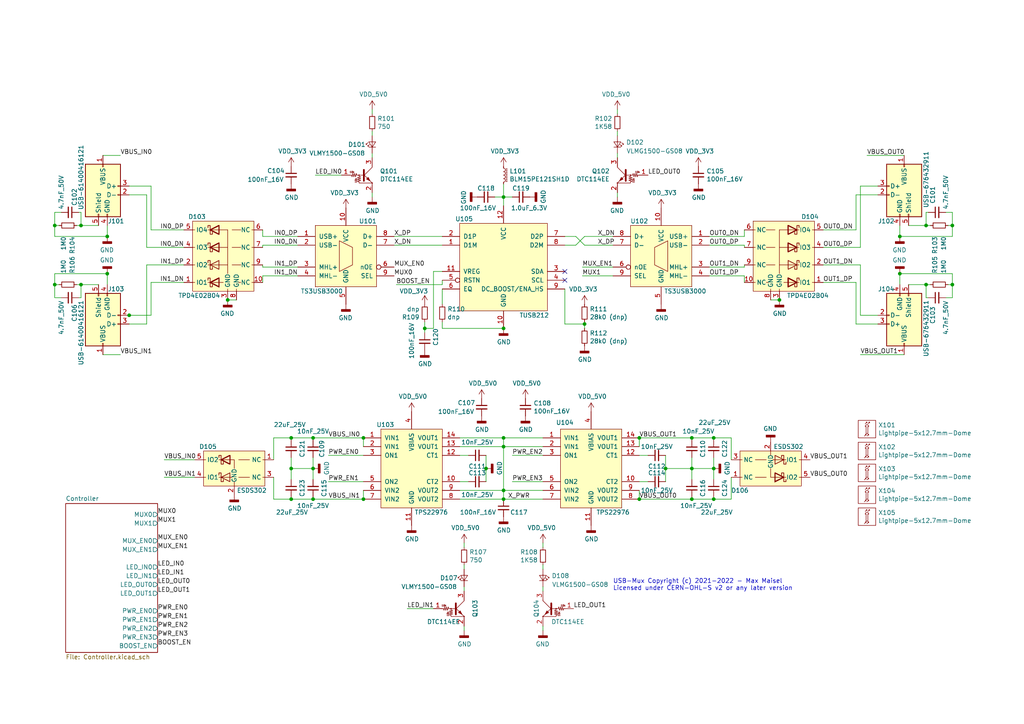
<source format=kicad_sch>
(kicad_sch (version 20211123) (generator eeschema)
  (paper "A4")
  (junction (at 200.66 135.89))
  (junction (at 84.455 144.78))
  (junction (at 146.05 144.78))
  (junction (at 31.115 79.375))
  (junction (at 90.805 135.89))
  (junction (at 84.455 127))
  (junction (at 193.04 135.89))
  (junction (at 146.05 95.25))
  (junction (at 123.19 95.25))
  (junction (at 84.455 135.89))
  (junction (at 23.495 82.55))
  (junction (at 268.605 65.405))
  (junction (at 90.805 127))
  (junction (at 37.465 91.44))
  (junction (at 207.01 135.89))
  (junction (at 185.42 127))
  (junction (at 207.01 127))
  (junction (at 200.66 144.78))
  (junction (at 268.605 82.55))
  (junction (at 15.875 82.55))
  (junction (at 169.545 93.98))
  (junction (at 200.66 127))
  (junction (at 146.05 127))
  (junction (at 105.41 144.78))
  (junction (at 15.875 65.405))
  (junction (at 276.225 65.405))
  (junction (at 276.225 82.55))
  (junction (at 207.01 144.78))
  (junction (at 260.985 68.58))
  (junction (at 105.41 127))
  (junction (at 66.04 86.995))
  (junction (at 146.05 57.15))
  (junction (at 140.97 135.89))
  (junction (at 260.985 79.375))
  (junction (at 146.05 142.24))
  (junction (at 185.42 144.78))
  (junction (at 31.115 68.58))
  (junction (at 146.05 129.54))
  (junction (at 23.495 65.405))
  (junction (at 90.805 144.78))
  (junction (at 226.06 86.995))
  (no_connect (at 163.83 81.28))
  (no_connect (at 163.83 78.74))
  (wire (pts (xy 146.05 127) (xy 157.48 127)))
  (wire (pts (xy 148.59 132.08) (xy 157.48 132.08)))
  (wire (pts (xy 15.875 65.405) (xy 15.875 61.595)))
  (wire (pts (xy 91.44 50.8) (xy 99.06 50.8)))
  (wire (pts (xy 43.815 81.915) (xy 43.815 91.44)))
  (wire (pts (xy 37.465 56.515) (xy 42.545 56.515)))
  (wire (pts (xy 53.34 76.835) (xy 42.545 76.835)))
  (wire (pts (xy 134.62 181.61) (xy 134.62 182.88)))
  (wire (pts (xy 76.2 68.58) (xy 76.2 66.675)))
  (wire (pts (xy 23.495 82.55) (xy 22.225 82.55)))
  (wire (pts (xy 95.25 132.08) (xy 105.41 132.08)))
  (wire (pts (xy 200.66 144.145) (xy 200.66 144.78)))
  (wire (pts (xy 143.51 57.15) (xy 146.05 57.15)))
  (wire (pts (xy 133.35 142.24) (xy 146.05 142.24)))
  (wire (pts (xy 15.875 82.55) (xy 15.875 79.375)))
  (wire (pts (xy 31.115 82.55) (xy 31.115 79.375)))
  (wire (pts (xy 47.625 133.35) (xy 56.515 133.35)))
  (wire (pts (xy 148.59 139.7) (xy 157.48 139.7)))
  (wire (pts (xy 23.495 65.405) (xy 22.225 65.405)))
  (wire (pts (xy 179.07 39.37) (xy 179.07 38.1)))
  (wire (pts (xy 249.555 53.975) (xy 249.555 71.755)))
  (wire (pts (xy 276.225 82.55) (xy 276.225 86.36)))
  (wire (pts (xy 43.815 66.675) (xy 53.34 66.675)))
  (wire (pts (xy 90.805 144.145) (xy 90.805 144.78)))
  (wire (pts (xy 76.2 76.835) (xy 76.2 77.47)))
  (wire (pts (xy 263.525 82.55) (xy 268.605 82.55)))
  (wire (pts (xy 28.575 82.55) (xy 23.495 82.55)))
  (wire (pts (xy 31.115 68.58) (xy 15.875 68.58)))
  (wire (pts (xy 268.605 61.595) (xy 269.24 61.595)))
  (wire (pts (xy 28.575 65.405) (xy 23.495 65.405)))
  (wire (pts (xy 185.42 132.08) (xy 187.96 132.08)))
  (wire (pts (xy 168.91 77.47) (xy 177.8 77.47)))
  (wire (pts (xy 157.48 171.45) (xy 157.48 170.18)))
  (wire (pts (xy 90.805 139.065) (xy 90.805 135.89)))
  (wire (pts (xy 107.95 44.45) (xy 107.95 45.72)))
  (wire (pts (xy 268.605 86.36) (xy 269.24 86.36)))
  (wire (pts (xy 207.01 135.89) (xy 200.66 135.89)))
  (wire (pts (xy 118.11 176.53) (xy 125.73 176.53)))
  (wire (pts (xy 223.52 86.995) (xy 226.06 86.995)))
  (wire (pts (xy 207.01 144.78) (xy 212.09 144.78)))
  (wire (pts (xy 248.285 81.915) (xy 248.285 93.98)))
  (wire (pts (xy 200.66 127) (xy 200.66 127.635)))
  (wire (pts (xy 84.455 144.78) (xy 90.805 144.78)))
  (wire (pts (xy 268.605 65.405) (xy 269.875 65.405)))
  (wire (pts (xy 128.27 95.25) (xy 128.27 93.345)))
  (wire (pts (xy 260.985 68.58) (xy 260.985 65.405)))
  (wire (pts (xy 31.115 79.375) (xy 15.875 79.375)))
  (wire (pts (xy 84.455 132.715) (xy 84.455 135.89)))
  (wire (pts (xy 207.01 132.715) (xy 207.01 135.89)))
  (wire (pts (xy 29.845 102.87) (xy 34.925 102.87)))
  (wire (pts (xy 36.83 91.44) (xy 37.465 91.44)))
  (wire (pts (xy 207.01 144.145) (xy 207.01 144.78)))
  (wire (pts (xy 76.2 71.12) (xy 76.2 71.755)))
  (wire (pts (xy 169.545 71.12) (xy 177.8 71.12)))
  (wire (pts (xy 146.05 95.25) (xy 128.27 95.25)))
  (wire (pts (xy 23.495 65.405) (xy 23.495 61.595)))
  (wire (pts (xy 146.05 129.54) (xy 157.48 129.54)))
  (wire (pts (xy 128.27 78.74) (xy 125.73 78.74)))
  (wire (pts (xy 200.66 132.715) (xy 200.66 135.89)))
  (wire (pts (xy 248.285 56.515) (xy 248.285 66.675)))
  (wire (pts (xy 79.375 133.35) (xy 79.375 127)))
  (wire (pts (xy 268.605 82.55) (xy 269.875 82.55)))
  (wire (pts (xy 263.525 65.405) (xy 268.605 65.405)))
  (wire (pts (xy 163.83 93.98) (xy 169.545 93.98)))
  (wire (pts (xy 105.41 139.7) (xy 95.25 139.7)))
  (wire (pts (xy 68.58 86.995) (xy 66.04 86.995)))
  (wire (pts (xy 167.005 68.58) (xy 169.545 71.12)))
  (wire (pts (xy 146.05 144.78) (xy 157.48 144.78)))
  (wire (pts (xy 146.05 57.15) (xy 146.05 53.34)))
  (wire (pts (xy 84.455 127) (xy 90.805 127)))
  (wire (pts (xy 169.545 93.345) (xy 169.545 93.98)))
  (wire (pts (xy 167.005 71.12) (xy 169.545 68.58)))
  (wire (pts (xy 114.3 68.58) (xy 128.27 68.58)))
  (wire (pts (xy 90.805 127) (xy 90.805 127.635)))
  (wire (pts (xy 260.985 68.58) (xy 276.225 68.58)))
  (wire (pts (xy 123.19 95.25) (xy 123.19 93.345)))
  (wire (pts (xy 107.95 55.88) (xy 107.95 57.15)))
  (wire (pts (xy 133.35 144.78) (xy 146.05 144.78)))
  (wire (pts (xy 79.375 127) (xy 84.455 127)))
  (wire (pts (xy 212.09 127) (xy 212.09 133.35)))
  (wire (pts (xy 37.465 93.98) (xy 42.545 93.98)))
  (wire (pts (xy 84.455 135.89) (xy 90.805 135.89)))
  (wire (pts (xy 86.36 80.01) (xy 76.2 80.01)))
  (wire (pts (xy 42.545 56.515) (xy 42.545 71.755)))
  (wire (pts (xy 134.62 163.83) (xy 134.62 165.1)))
  (wire (pts (xy 84.455 144.145) (xy 84.455 144.78)))
  (wire (pts (xy 200.66 135.89) (xy 193.04 135.89)))
  (wire (pts (xy 207.01 127.635) (xy 207.01 127)))
  (wire (pts (xy 23.495 61.595) (xy 22.86 61.595)))
  (wire (pts (xy 157.48 158.75) (xy 157.48 157.48)))
  (wire (pts (xy 163.83 83.82) (xy 163.83 93.98)))
  (wire (pts (xy 90.805 127) (xy 105.41 127)))
  (wire (pts (xy 146.05 142.24) (xy 157.48 142.24)))
  (wire (pts (xy 114.935 82.55) (xy 128.27 82.55)))
  (wire (pts (xy 248.285 81.915) (xy 238.76 81.915)))
  (wire (pts (xy 146.05 59.69) (xy 146.05 57.15)))
  (wire (pts (xy 205.74 80.01) (xy 215.9 80.01)))
  (wire (pts (xy 249.555 76.835) (xy 249.555 91.44)))
  (wire (pts (xy 276.225 82.55) (xy 276.225 79.375)))
  (wire (pts (xy 163.83 71.12) (xy 167.005 71.12)))
  (wire (pts (xy 157.48 182.88) (xy 157.48 181.61)))
  (wire (pts (xy 249.555 102.87) (xy 262.255 102.87)))
  (wire (pts (xy 193.04 132.08) (xy 193.04 135.89)))
  (wire (pts (xy 276.225 65.405) (xy 276.225 61.595)))
  (wire (pts (xy 43.815 53.975) (xy 43.815 66.675)))
  (wire (pts (xy 215.9 68.58) (xy 215.9 66.675)))
  (wire (pts (xy 215.9 71.12) (xy 215.9 71.755)))
  (wire (pts (xy 146.05 57.15) (xy 148.59 57.15)))
  (wire (pts (xy 146.05 142.24) (xy 146.05 144.78)))
  (wire (pts (xy 185.42 139.7) (xy 187.96 139.7)))
  (wire (pts (xy 179.07 45.72) (xy 179.07 44.45)))
  (wire (pts (xy 274.955 82.55) (xy 276.225 82.55)))
  (wire (pts (xy 134.62 157.48) (xy 134.62 158.75)))
  (wire (pts (xy 200.66 144.78) (xy 207.01 144.78)))
  (wire (pts (xy 260.985 79.375) (xy 276.225 79.375)))
  (wire (pts (xy 42.545 76.835) (xy 42.545 93.98)))
  (wire (pts (xy 133.35 129.54) (xy 146.05 129.54)))
  (wire (pts (xy 193.04 135.89) (xy 193.04 139.7)))
  (wire (pts (xy 185.42 129.54) (xy 185.42 127)))
  (wire (pts (xy 15.875 82.55) (xy 15.875 86.36)))
  (wire (pts (xy 177.8 80.01) (xy 168.91 80.01)))
  (wire (pts (xy 133.35 132.08) (xy 135.89 132.08)))
  (wire (pts (xy 179.07 57.15) (xy 179.07 55.88)))
  (wire (pts (xy 90.805 135.89) (xy 90.805 132.715)))
  (wire (pts (xy 42.545 71.755) (xy 53.34 71.755)))
  (wire (pts (xy 274.955 65.405) (xy 276.225 65.405)))
  (wire (pts (xy 249.555 71.755) (xy 238.76 71.755)))
  (wire (pts (xy 179.07 33.02) (xy 179.07 31.75)))
  (wire (pts (xy 134.62 170.18) (xy 134.62 171.45)))
  (wire (pts (xy 140.97 132.08) (xy 140.97 135.89)))
  (wire (pts (xy 128.27 71.12) (xy 114.3 71.12)))
  (wire (pts (xy 200.66 135.89) (xy 200.66 139.065)))
  (wire (pts (xy 276.225 61.595) (xy 274.32 61.595)))
  (wire (pts (xy 205.74 68.58) (xy 215.9 68.58)))
  (wire (pts (xy 157.48 165.1) (xy 157.48 163.83)))
  (wire (pts (xy 169.545 68.58) (xy 177.8 68.58)))
  (wire (pts (xy 212.09 138.43) (xy 212.09 144.78)))
  (wire (pts (xy 15.875 61.595) (xy 17.78 61.595)))
  (wire (pts (xy 248.285 66.675) (xy 238.76 66.675)))
  (wire (pts (xy 133.35 139.7) (xy 135.89 139.7)))
  (wire (pts (xy 215.9 77.47) (xy 205.74 77.47)))
  (wire (pts (xy 205.74 71.12) (xy 215.9 71.12)))
  (wire (pts (xy 268.605 65.405) (xy 268.605 61.595)))
  (wire (pts (xy 47.625 138.43) (xy 56.515 138.43)))
  (wire (pts (xy 125.73 78.74) (xy 125.73 95.25)))
  (wire (pts (xy 163.83 68.58) (xy 167.005 68.58)))
  (wire (pts (xy 185.42 142.24) (xy 185.42 144.78)))
  (wire (pts (xy 23.495 86.36) (xy 22.86 86.36)))
  (wire (pts (xy 107.95 38.1) (xy 107.95 39.37)))
  (wire (pts (xy 86.36 68.58) (xy 76.2 68.58)))
  (wire (pts (xy 76.2 77.47) (xy 86.36 77.47)))
  (wire (pts (xy 169.545 93.98) (xy 169.545 95.25)))
  (wire (pts (xy 79.375 144.78) (xy 84.455 144.78)))
  (wire (pts (xy 76.2 80.01) (xy 76.2 81.915)))
  (wire (pts (xy 128.27 88.265) (xy 128.27 83.82)))
  (wire (pts (xy 23.495 82.55) (xy 23.495 86.36)))
  (wire (pts (xy 248.285 93.98) (xy 254.635 93.98)))
  (wire (pts (xy 123.19 96.52) (xy 123.19 95.25)))
  (wire (pts (xy 43.815 81.915) (xy 53.34 81.915)))
  (wire (pts (xy 37.465 91.44) (xy 43.815 91.44)))
  (wire (pts (xy 15.875 65.405) (xy 15.875 68.58)))
  (wire (pts (xy 215.9 76.835) (xy 215.9 77.47)))
  (wire (pts (xy 185.42 144.78) (xy 200.66 144.78)))
  (wire (pts (xy 260.985 79.375) (xy 260.985 82.55)))
  (wire (pts (xy 133.35 127) (xy 146.05 127)))
  (wire (pts (xy 37.465 53.975) (xy 43.815 53.975)))
  (wire (pts (xy 249.555 53.975) (xy 254.635 53.975)))
  (wire (pts (xy 140.97 135.89) (xy 140.97 139.7)))
  (wire (pts (xy 185.42 127) (xy 200.66 127)))
  (wire (pts (xy 215.9 80.01) (xy 215.9 81.915)))
  (wire (pts (xy 128.27 81.28) (xy 128.27 82.55)))
  (wire (pts (xy 84.455 127) (xy 84.455 127.635)))
  (wire (pts (xy 146.05 129.54) (xy 146.05 142.24)))
  (wire (pts (xy 29.845 45.085) (xy 34.925 45.085)))
  (wire (pts (xy 276.225 86.36) (xy 274.32 86.36)))
  (wire (pts (xy 146.05 127) (xy 146.05 129.54)))
  (wire (pts (xy 17.145 82.55) (xy 15.875 82.55)))
  (wire (pts (xy 79.375 138.43) (xy 79.375 144.78)))
  (wire (pts (xy 268.605 82.55) (xy 268.605 86.36)))
  (wire (pts (xy 207.01 127) (xy 212.09 127)))
  (wire (pts (xy 105.41 144.78) (xy 105.41 142.24)))
  (wire (pts (xy 238.76 76.835) (xy 249.555 76.835)))
  (wire (pts (xy 276.225 65.405) (xy 276.225 68.58)))
  (wire (pts (xy 84.455 135.89) (xy 84.455 139.065)))
  (wire (pts (xy 86.36 71.12) (xy 76.2 71.12)))
  (wire (pts (xy 105.41 129.54) (xy 105.41 127)))
  (wire (pts (xy 90.805 144.78) (xy 105.41 144.78)))
  (wire (pts (xy 107.95 31.75) (xy 107.95 33.02)))
  (wire (pts (xy 31.115 65.405) (xy 31.115 68.58)))
  (wire (pts (xy 17.145 65.405) (xy 15.875 65.405)))
  (wire (pts (xy 251.46 45.085) (xy 262.255 45.085)))
  (wire (pts (xy 207.01 135.89) (xy 207.01 139.065)))
  (wire (pts (xy 249.555 91.44) (xy 254.635 91.44)))
  (wire (pts (xy 15.875 86.36) (xy 17.78 86.36)))
  (wire (pts (xy 248.285 56.515) (xy 254.635 56.515)))
  (wire (pts (xy 125.73 95.25) (xy 123.19 95.25)))
  (wire (pts (xy 200.66 127) (xy 207.01 127)))
  (text "USB-Mux Copyright (c) 2021-2022 - Max Maisel\nLicensed under CERN-OHL-S v2 or any later version" (at 177.8 171.45 0) (effects (font (size 1.27 1.27)) (justify left bottom)))
  (label "VBUS_OUT0" (at 234.95 138.43 0))
  (label "X_DN" (at 173.355 68.58 0))
  (label "LED_IN1" (at 45.72 167.005 0))
  (label "MUX_EN1" (at 168.91 77.47 0))
  (label "MUX_EN0" (at 45.72 156.845 0))
  (label "VBUS_IN1" (at 95.25 144.78 0))
  (label "VBUS_IN0" (at 95.25 127 0))
  (label "PWR_EN0" (at 95.25 132.08 0))
  (label "OUT1_DN" (at 238.76 76.835 0))
  (label "X_PWR" (at 147.32 144.78 0))
  (label "IN1_DN" (at 86.36 80.01 180))
  (label "IN1_DN" (at 53.34 81.915 180))
  (label "MUX_EN1" (at 45.72 159.385 0))
  (label "X_DN" (at 114.3 71.12 0))
  (label "VBUS_IN0" (at 34.925 45.085 0))
  (label "PWR_EN2" (at 148.59 132.08 0))
  (label "MUX1" (at 168.91 80.01 0))
  (label "PWR_EN1" (at 45.72 179.705 0))
  (label "PWR_EN3" (at 148.59 139.7 0))
  (label "MUX0" (at 45.72 149.225 0))
  (label "OUT1_DN" (at 205.74 77.47 0))
  (label "IN0_DN" (at 53.34 71.755 180))
  (label "VBUS_OUT0" (at 251.46 45.085 0))
  (label "LED_IN0" (at 45.72 164.465 0))
  (label "PWR_EN0" (at 45.72 177.165 0))
  (label "LED_OUT0" (at 45.72 169.545 0))
  (label "PWR_EN2" (at 45.72 182.245 0))
  (label "OUT0_DP" (at 238.76 71.755 0))
  (label "LED_OUT1" (at 45.72 172.085 0))
  (label "IN1_DP" (at 86.36 77.47 180))
  (label "LED_OUT0" (at 187.96 50.8 0))
  (label "PWR_EN1" (at 95.25 139.7 0))
  (label "OUT1_DP" (at 238.76 81.915 0))
  (label "PWR_EN3" (at 45.72 184.785 0))
  (label "LED_IN0" (at 91.44 50.8 0))
  (label "OUT0_DN" (at 238.76 66.675 0))
  (label "IN1_DP" (at 53.34 76.835 180))
  (label "OUT1_DP" (at 205.74 80.01 0))
  (label "X_DP" (at 114.3 68.58 0))
  (label "X_DP" (at 173.355 71.12 0))
  (label "VBUS_OUT1" (at 249.555 102.87 0))
  (label "VBUS_IN1" (at 34.925 102.87 0))
  (label "BOOST_EN" (at 114.935 82.55 0))
  (label "VBUS_OUT0" (at 185.42 144.78 0))
  (label "MUX0" (at 114.3 80.01 0))
  (label "IN0_DP" (at 86.36 68.58 180))
  (label "LED_OUT1" (at 166.37 176.53 0))
  (label "VBUS_OUT1" (at 185.42 127 0))
  (label "VBUS_OUT1" (at 234.95 133.35 0))
  (label "BOOST_EN" (at 45.72 187.325 0))
  (label "MUX1" (at 45.72 151.765 0))
  (label "LED_IN1" (at 118.11 176.53 0))
  (label "OUT0_DP" (at 205.74 71.12 0))
  (label "VBUS_IN0" (at 47.625 133.35 0))
  (label "OUT0_DN" (at 205.74 68.58 0))
  (label "IN0_DP" (at 53.34 66.675 180))
  (label "VBUS_IN1" (at 47.625 138.43 0))
  (label "MUX_EN0" (at 114.3 77.47 0))
  (label "IN0_DN" (at 86.36 71.12 180))
  (symbol (lib_id "USB-Mux:USB-61400416121") (at 29.845 55.245 0) (unit 1)
    (property "Reference" "J101" (at 33.655 64.135 0))
    (property "Value" "USB-61400416121" (at 23.495 51.435 90))
    (property "Footprint" "USB-Mux:USB-61400416121" (effects hide))
    (property "Datasheet" "https://katalog.we-online.de/em/datasheet/61400416121.pdf" (effects hide))
  )
  (symbol (lib_id "USB-Mux:TPS22976") (at 119.38 135.89 0) (unit 1)
    (property "Reference" "U103" (at 111.76 123.19 0))
    (property "Value" "TPS22976" (at 125.095 148.59 0))
    (property "Footprint" "USB-Mux:WSON-14" (effects hide))
  )
  (symbol (lib_id "USB-Mux:750") (at 107.95 35.56 0) (unit 1)
    (property "Reference" "R101" (at 109.4486 34.3916 0) (effects (justify left)))
    (property "Value" "750" (at 109.4486 36.703 0) (effects (justify left)))
    (property "Footprint" "USB-Mux:R_0402" (effects hide))
    (property "Datasheet" "667-ERJ-XGNF7500Y" (effects hide))
    (property "mouser#" "667-ERJ-XGNF7500Y" (effects hide))
  )
  (symbol (lib_id "USB-Mux:TPS22976") (at 171.45 135.89 0) (unit 1)
    (property "Reference" "U104" (at 163.83 122.555 0))
    (property "Value" "TPS22976" (at 177.8 148.59 0))
    (property "Footprint" "USB-Mux:WSON-14" (effects hide))
  )
  (symbol (lib_id "USB-Mux:VLMY1500-GS08") (at 107.95 41.91 90) (unit 1)
    (property "Reference" "D101" (at 103.505 41.91 90))
    (property "Value" "VLMY1500-GS08" (at 97.79 44.45 90))
    (property "Footprint" "USB-Mux:LED_0402" (effects hide))
    (property "Datasheet" "78-VLMY1500-GS08" (effects hide))
    (property "mouser#" "78-VLMY1500-GS08" (effects hide))
  )
  (symbol (lib_id "USB-Mux:USB-676432911") (at 262.255 55.245 0) (mirror y) (unit 1)
    (property "Reference" "J102" (at 254.635 64.135 0) (effects (justify right)))
    (property "Value" "USB-676432911" (at 268.605 43.815 90) (effects (justify right)))
    (property "Footprint" "USB-Mux:USB-676432911" (effects hide))
    (property "Datasheet" "https://www.mouser.de/datasheet/2/18/87520-1363568.pdf" (effects hide))
    (property "mouser#" " 649-87520-0012BLF " (effects hide))
    (property "manf#" "87520-0012BLF" (effects hide))
    (property "farnell#" "3499385" (effects hide))
  )
  (symbol (lib_id "USB-Mux:USB-676432911") (at 262.255 92.71 180) (unit 1)
    (property "Reference" "J104" (at 254.635 83.82 0) (effects (justify right)))
    (property "Value" "USB-676432911" (at 268.605 103.505 90) (effects (justify right)))
    (property "Footprint" "USB-Mux:USB-676432911" (effects hide))
    (property "Datasheet" "https://www.mouser.de/datasheet/2/18/87520-1363568.pdf" (effects hide))
    (property "mouser#" " 649-87520-0012BLF " (effects hide))
    (property "manf#" "87520-0012BLF" (effects hide))
    (property "farnell#" "3499385" (effects hide))
  )
  (symbol (lib_id "USB-Mux:10nF_25V") (at 90.805 141.605 180) (unit 1)
    (property "Reference" "C115" (at 93.98 141.605 90))
    (property "Value" "10nF_25V" (at 90.805 146.685 0))
    (property "Footprint" "USB-Mux:C_0402" (effects hide))
    (property "Datasheet" "603-CC0402KRX5R8BB10" (effects hide))
    (property "mouser#" "603-CC0402KRX5R8BB10" (effects hide))
  )
  (symbol (lib_id "USB-Mux:10nF_25V") (at 90.805 130.175 0) (unit 1)
    (property "Reference" "C109" (at 93.345 130.175 90))
    (property "Value" "10nF_25V" (at 90.805 125.095 0))
    (property "Footprint" "USB-Mux:C_0402" (effects hide))
    (property "Datasheet" "603-CC0402KRX5R8BB10" (effects hide))
    (property "mouser#" "603-CC0402KRX5R8BB10" (effects hide))
  )
  (symbol (lib_id "USB-Mux:GND") (at 90.805 135.89 90) (unit 1)
    (property "Reference" "#PWR0123" (effects hide))
    (property "Value" "GND" (at 94.742 135.7884 0))
  )
  (symbol (lib_id "USB-Mux:4.7nF_50V") (at 20.32 61.595 270) (unit 1)
    (property "Reference" "C102" (at 21.59 54.61 0) (effects (justify left)))
    (property "Value" "4.7nF_50V" (at 17.78 50.8 0) (effects (justify left)))
    (property "Footprint" "USB-Mux:C_0402" (effects hide))
    (property "Datasheet" "810-CGA2B2X7R1H472K" (effects hide))
    (property "mouser#" "810-CGA2B2X7R1H472K" (effects hide))
  )
  (symbol (lib_id "USB-Mux:1M0") (at 19.685 65.405 270) (unit 1)
    (property "Reference" "R104" (at 20.955 68.58 0) (effects (justify left)))
    (property "Value" "1M0" (at 18.415 68.58 0) (effects (justify left)))
    (property "Footprint" "USB-Mux:R_0402" (effects hide))
    (property "Datasheet" "667-ERJ-2RKF1004X" (effects hide))
    (property "mouser#" "667-ERJ-2RKF1004X" (effects hide))
  )
  (symbol (lib_id "USB-Mux:GND") (at 260.985 68.58 0) (mirror y) (unit 1)
    (property "Reference" "#PWR0103" (effects hide))
    (property "Value" "GND" (at 260.8834 72.517 0))
  )
  (symbol (lib_id "USB-Mux:GND") (at 260.985 79.375 180) (unit 1)
    (property "Reference" "#PWR0109" (effects hide))
    (property "Value" "GND" (at 260.8834 75.438 0))
  )
  (symbol (lib_id "USB-Mux:GND") (at 107.95 57.15 0) (unit 1)
    (property "Reference" "#PWR0104" (effects hide))
    (property "Value" "GND" (at 108.0516 61.087 0))
  )
  (symbol (lib_id "USB-Mux:10nF_25V") (at 200.66 130.175 0) (unit 1)
    (property "Reference" "C110" (at 203.835 130.175 90))
    (property "Value" "10nF_25V" (at 202.565 125.095 0))
    (property "Footprint" "USB-Mux:C_0402" (effects hide))
    (property "Datasheet" "603-CC0402KRX5R8BB10" (effects hide))
    (property "mouser#" "603-CC0402KRX5R8BB10" (effects hide))
  )
  (symbol (lib_id "USB-Mux:10nF_25V") (at 200.66 141.605 180) (unit 1)
    (property "Reference" "C116" (at 203.835 141.605 90))
    (property "Value" "10nF_25V" (at 201.93 146.685 0))
    (property "Footprint" "USB-Mux:C_0402" (effects hide))
    (property "Datasheet" "603-CC0402KRX5R8BB10" (effects hide))
    (property "mouser#" "603-CC0402KRX5R8BB10" (effects hide))
  )
  (symbol (lib_id "USB-Mux:Lightpipe-5x12.7mm-Dome") (at 251.46 124.46 0) (unit 1)
    (property "Reference" "X101" (at 254.7112 123.2916 0) (effects (justify left)))
    (property "Value" "Lightpipe-5x12.7mm-Dome" (at 254.7112 125.603 0) (effects (justify left)))
    (property "Footprint" "USB-Mux:Lightpipe-51513530500F" (effects hide))
    (property "Datasheet" "https://www.mouser.de/datasheet/2/109/Dialight_12192017_Panel%20Mount%205mm%20Lightpipe-1272673.pdf" (effects hide))
    (property "mouser#" "645-51513530500F" (effects hide))
    (property "manf#" "51513530500F" (effects hide))
  )
  (symbol (lib_id "USB-Mux:DTC114EE") (at 105.41 50.8 0) (unit 1)
    (property "Reference" "Q101" (at 110.1852 49.6316 0) (effects (justify left)))
    (property "Value" "DTC114EE" (at 110.1852 51.943 0) (effects (justify left)))
    (property "Footprint" "USB-Mux:SC-75" (effects hide))
    (property "Datasheet" "https://eu.mouser.com/datasheet/2/308/DTC114E-D-278467.pdf" (effects hide))
    (property "mouser#" "863-DTC114EET1G" (effects hide))
  )
  (symbol (lib_id "USB-Mux:Lightpipe-5x12.7mm-Dome") (at 251.46 130.81 0) (unit 1)
    (property "Reference" "X102" (at 254.7112 129.6416 0) (effects (justify left)))
    (property "Value" "Lightpipe-5x12.7mm-Dome" (at 254.7112 131.953 0) (effects (justify left)))
    (property "Footprint" "USB-Mux:Lightpipe-51513530500F" (effects hide))
    (property "Datasheet" "https://www.mouser.de/datasheet/2/109/Dialight_12192017_Panel%20Mount%205mm%20Lightpipe-1272673.pdf" (effects hide))
    (property "mouser#" "645-51513530500F" (effects hide))
    (property "manf#" "51513530500F" (effects hide))
  )
  (symbol (lib_id "USB-Mux:Lightpipe-5x12.7mm-Dome") (at 251.46 137.16 0) (unit 1)
    (property "Reference" "X103" (at 254.7112 135.9916 0) (effects (justify left)))
    (property "Value" "Lightpipe-5x12.7mm-Dome" (at 254.7112 138.303 0) (effects (justify left)))
    (property "Footprint" "USB-Mux:Lightpipe-51513530500F" (effects hide))
    (property "Datasheet" "https://www.mouser.de/datasheet/2/109/Dialight_12192017_Panel%20Mount%205mm%20Lightpipe-1272673.pdf" (effects hide))
    (property "mouser#" "645-51513530500F" (effects hide))
    (property "manf#" "51513530500F" (effects hide))
  )
  (symbol (lib_id "USB-Mux:Lightpipe-5x12.7mm-Dome") (at 251.46 143.51 0) (unit 1)
    (property "Reference" "X104" (at 254.7112 142.3416 0) (effects (justify left)))
    (property "Value" "Lightpipe-5x12.7mm-Dome" (at 254.7112 144.653 0) (effects (justify left)))
    (property "Footprint" "USB-Mux:Lightpipe-51513530500F" (effects hide))
    (property "Datasheet" "https://www.mouser.de/datasheet/2/109/Dialight_12192017_Panel%20Mount%205mm%20Lightpipe-1272673.pdf" (effects hide))
    (property "mouser#" "645-51513530500F" (effects hide))
    (property "manf#" "51513530500F" (effects hide))
  )
  (symbol (lib_id "USB-Mux:Lightpipe-5x12.7mm-Dome") (at 251.46 149.86 0) (unit 1)
    (property "Reference" "X105" (at 254.7112 148.6916 0) (effects (justify left)))
    (property "Value" "Lightpipe-5x12.7mm-Dome" (at 254.7112 151.003 0) (effects (justify left)))
    (property "Footprint" "USB-Mux:Lightpipe-51513530500F" (effects hide))
    (property "Datasheet" "https://www.mouser.de/datasheet/2/109/Dialight_12192017_Panel%20Mount%205mm%20Lightpipe-1272673.pdf" (effects hide))
    (property "mouser#" "645-51513530500F" (effects hide))
    (property "manf#" "51513530500F" (effects hide))
  )
  (symbol (lib_id "USB-Mux:4.7nF_50V") (at 271.78 61.595 90) (mirror x) (unit 1)
    (property "Reference" "C101" (at 270.51 53.975 0) (effects (justify left)))
    (property "Value" "4.7nF_50V" (at 274.32 50.8 0) (effects (justify left)))
    (property "Footprint" "USB-Mux:C_0402" (effects hide))
    (property "Datasheet" "810-CGA2B2X7R1H472K" (effects hide))
    (property "mouser#" "810-CGA2B2X7R1H472K" (effects hide))
  )
  (symbol (lib_id "USB-Mux:1M0") (at 272.415 65.405 90) (mirror x) (unit 1)
    (property "Reference" "R103" (at 271.145 68.58 0) (effects (justify left)))
    (property "Value" "1M0" (at 273.685 68.58 0) (effects (justify left)))
    (property "Footprint" "USB-Mux:R_0402" (effects hide))
    (property "Datasheet" "667-ERJ-2RKF1004X" (effects hide))
    (property "mouser#" "667-ERJ-2RKF1004X" (effects hide))
  )
  (symbol (lib_id "USB-Mux:VDD_5V0") (at 107.95 31.75 0) (unit 1)
    (property "Reference" "#PWR0101" (effects hide))
    (property "Value" "VDD_5V0" (at 108.331 27.3558 0))
  )
  (symbol (lib_id "USB-Mux:VDD_3V3") (at 191.77 60.325 0) (unit 1)
    (property "Reference" "#PWR0107" (effects hide))
    (property "Value" "VDD_3V3" (at 192.151 55.9308 0))
  )
  (symbol (lib_id "USB-Mux:4.7nF_50V") (at 271.78 86.36 90) (unit 1)
    (property "Reference" "C103" (at 270.51 93.98 0) (effects (justify left)))
    (property "Value" "4.7nF_50V" (at 274.32 97.155 0) (effects (justify left)))
    (property "Footprint" "USB-Mux:C_0402" (effects hide))
    (property "Datasheet" "810-CGA2B2X7R1H472K" (effects hide))
    (property "mouser#" "810-CGA2B2X7R1H472K" (effects hide))
  )
  (symbol (lib_id "USB-Mux:1M0") (at 272.415 82.55 90) (unit 1)
    (property "Reference" "R105" (at 271.145 79.375 0) (effects (justify left)))
    (property "Value" "1M0" (at 273.685 79.375 0) (effects (justify left)))
    (property "Footprint" "USB-Mux:R_0402" (effects hide))
    (property "Datasheet" "667-ERJ-2RKF1004X" (effects hide))
    (property "mouser#" "667-ERJ-2RKF1004X" (effects hide))
  )
  (symbol (lib_id "USB-Mux:100nF_16V") (at 146.05 147.32 0) (unit 1)
    (property "Reference" "C117" (at 147.955 148.59 0) (effects (justify left)))
    (property "Value" "100nF_16V" (at 133.35 148.59 0) (effects (justify left)))
    (property "Footprint" "USB-Mux:C_0402" (effects hide))
    (property "Datasheet" "80-C0402C104K4R" (effects hide))
    (property "mouser#" "80-C0402C104K4R" (effects hide))
  )
  (symbol (lib_id "USB-Mux:GND") (at 146.05 149.86 0) (unit 1)
    (property "Reference" "#PWR0127" (effects hide))
    (property "Value" "GND" (at 146.1516 153.797 0))
  )
  (symbol (lib_id "USB-Mux:VLMG1500-GS08") (at 179.07 41.91 270) (mirror x) (unit 1)
    (property "Reference" "D102" (at 184.15 41.275 90))
    (property "Value" "VLMG1500-GS08" (at 189.865 43.815 90))
    (property "Footprint" "USB-Mux:LED_0402" (effects hide))
    (property "Datasheet" "78-VLMG1500-GS08" (effects hide))
    (property "mouser#" "78-VLMG1500-GS08" (effects hide))
  )
  (symbol (lib_id "USB-Mux:DTC114EE") (at 181.61 50.8 0) (mirror y) (unit 1)
    (property "Reference" "Q102" (at 176.8348 49.6316 0) (effects (justify left)))
    (property "Value" "DTC114EE" (at 176.8348 51.943 0) (effects (justify left)))
    (property "Footprint" "USB-Mux:SC-75" (effects hide))
    (property "Datasheet" "https://eu.mouser.com/datasheet/2/308/DTC114E-D-278467.pdf" (effects hide))
    (property "mouser#" "863-DTC114EET1G" (effects hide))
  )
  (symbol (lib_id "USB-Mux:1K58") (at 179.07 35.56 0) (mirror y) (unit 1)
    (property "Reference" "R102" (at 177.5714 34.3916 0) (effects (justify left)))
    (property "Value" "1K58" (at 177.5714 36.703 0) (effects (justify left)))
    (property "Footprint" "USB-Mux:R_0402" (effects hide))
    (property "Datasheet" "667-ERJ-2RKF1581X" (effects hide))
    (property "mouser#" "667-ERJ-2RKF1581X" (effects hide))
  )
  (symbol (lib_id "USB-Mux:VDD_5V0") (at 179.07 31.75 0) (mirror y) (unit 1)
    (property "Reference" "#PWR0102" (effects hide))
    (property "Value" "VDD_5V0" (at 178.689 27.3558 0))
  )
  (symbol (lib_id "USB-Mux:GND") (at 179.07 57.15 0) (mirror y) (unit 1)
    (property "Reference" "#PWR0105" (effects hide))
    (property "Value" "GND" (at 178.9684 61.087 0))
  )
  (symbol (lib_id "USB-Mux:GND") (at 31.115 68.58 0) (mirror y) (unit 1)
    (property "Reference" "#PWR0108" (effects hide))
    (property "Value" "GND" (at 31.0134 72.517 0))
  )
  (symbol (lib_id "USB-Mux:USB-61400416121") (at 29.845 92.71 0) (mirror x) (unit 1)
    (property "Reference" "J103" (at 33.655 83.82 0))
    (property "Value" "USB-61400416121" (at 23.495 96.52 90))
    (property "Footprint" "USB-Mux:USB-61400416121" (effects hide))
    (property "Datasheet" "https://katalog.we-online.de/em/datasheet/61400416121.pdf" (effects hide))
  )
  (symbol (lib_id "USB-Mux:4.7nF_50V") (at 20.32 86.36 270) (mirror x) (unit 1)
    (property "Reference" "C106" (at 21.59 93.345 0) (effects (justify left)))
    (property "Value" "4.7nF_50V" (at 17.78 97.155 0) (effects (justify left)))
    (property "Footprint" "USB-Mux:C_0402" (effects hide))
    (property "Datasheet" "810-CGA2B2X7R1H472K" (effects hide))
    (property "mouser#" "810-CGA2B2X7R1H472K" (effects hide))
  )
  (symbol (lib_id "USB-Mux:1M0") (at 19.685 82.55 270) (mirror x) (unit 1)
    (property "Reference" "R106" (at 20.955 79.375 0) (effects (justify left)))
    (property "Value" "1M0" (at 18.415 79.375 0) (effects (justify left)))
    (property "Footprint" "USB-Mux:R_0402" (effects hide))
    (property "Datasheet" "667-ERJ-2RKF1004X" (effects hide))
    (property "mouser#" "667-ERJ-2RKF1004X" (effects hide))
  )
  (symbol (lib_id "USB-Mux:GND") (at 31.115 79.375 180) (unit 1)
    (property "Reference" "#PWR0116" (effects hide))
    (property "Value" "GND" (at 31.0134 75.438 0))
  )
  (symbol (lib_id "USB-Mux:GND") (at 191.77 88.265 0) (unit 1)
    (property "Reference" "#PWR0111" (effects hide))
    (property "Value" "GND" (at 191.8716 92.202 0))
  )
  (symbol (lib_id "USB-Mux:VDD_5V0") (at 119.38 119.38 0) (unit 1)
    (property "Reference" "#PWR0119" (effects hide))
    (property "Value" "VDD_5V0" (at 119.761 114.9858 0))
  )
  (symbol (lib_id "USB-Mux:VDD_5V0") (at 171.45 119.38 0) (unit 1)
    (property "Reference" "#PWR0120" (effects hide))
    (property "Value" "VDD_5V0" (at 171.831 114.9858 0))
  )
  (symbol (lib_id "USB-Mux:GND") (at 119.38 152.4 0) (unit 1)
    (property "Reference" "#PWR0128" (effects hide))
    (property "Value" "GND" (at 119.4816 156.337 0))
  )
  (symbol (lib_id "USB-Mux:GND") (at 171.45 152.4 0) (unit 1)
    (property "Reference" "#PWR0129" (effects hide))
    (property "Value" "GND" (at 171.5516 156.337 0))
  )
  (symbol (lib_id "USB-Mux:DTC114EE") (at 132.08 176.53 0) (unit 1)
    (property "Reference" "Q103" (at 137.795 179.07 90) (effects (justify left)))
    (property "Value" "DTC114EE" (at 123.825 180.34 0) (effects (justify left)))
    (property "Footprint" "USB-Mux:SC-75" (effects hide))
    (property "Datasheet" "https://eu.mouser.com/datasheet/2/308/DTC114E-D-278467.pdf" (effects hide))
    (property "mouser#" "863-DTC114EET1G" (effects hide))
  )
  (symbol (lib_id "USB-Mux:VDD_5V0") (at 134.62 157.48 0) (unit 1)
    (property "Reference" "#PWR0130" (effects hide))
    (property "Value" "VDD_5V0" (at 135.001 153.0858 0))
  )
  (symbol (lib_id "USB-Mux:750") (at 134.62 161.29 0) (unit 1)
    (property "Reference" "R107" (at 136.1186 160.1216 0) (effects (justify left)))
    (property "Value" "750" (at 136.1186 162.433 0) (effects (justify left)))
    (property "Footprint" "USB-Mux:R_0402" (effects hide))
    (property "Datasheet" "667-ERJ-XGNF7500Y" (effects hide))
    (property "mouser#" "667-ERJ-XGNF7500Y" (effects hide))
  )
  (symbol (lib_id "USB-Mux:VLMY1500-GS08") (at 134.62 167.64 90) (unit 1)
    (property "Reference" "D107" (at 130.175 167.64 90))
    (property "Value" "VLMY1500-GS08" (at 124.46 170.18 90))
    (property "Footprint" "USB-Mux:LED_0402" (effects hide))
    (property "Datasheet" "78-VLMY1500-GS08" (effects hide))
    (property "mouser#" "78-VLMY1500-GS08" (effects hide))
  )
  (symbol (lib_id "USB-Mux:GND") (at 134.62 182.88 0) (unit 1)
    (property "Reference" "#PWR0132" (effects hide))
    (property "Value" "GND" (at 134.7216 186.817 0))
  )
  (symbol (lib_id "USB-Mux:VLMG1500-GS08") (at 157.48 167.64 270) (mirror x) (unit 1)
    (property "Reference" "D108" (at 162.56 167.005 90))
    (property "Value" "VLMG1500-GS08" (at 168.275 169.545 90))
    (property "Footprint" "USB-Mux:LED_0402" (effects hide))
    (property "Datasheet" "78-VLMG1500-GS08" (effects hide))
    (property "mouser#" "78-VLMG1500-GS08" (effects hide))
  )
  (symbol (lib_id "USB-Mux:DTC114EE") (at 160.02 176.53 0) (mirror y) (unit 1)
    (property "Reference" "Q104" (at 155.575 179.07 90) (effects (justify left)))
    (property "Value" "DTC114EE" (at 169.545 180.34 0) (effects (justify left)))
    (property "Footprint" "USB-Mux:SC-75" (effects hide))
    (property "Datasheet" "https://eu.mouser.com/datasheet/2/308/DTC114E-D-278467.pdf" (effects hide))
    (property "mouser#" "863-DTC114EET1G" (effects hide))
  )
  (symbol (lib_id "USB-Mux:1K58") (at 157.48 161.29 0) (mirror y) (unit 1)
    (property "Reference" "R108" (at 155.9814 160.1216 0) (effects (justify left)))
    (property "Value" "1K58" (at 155.9814 162.433 0) (effects (justify left)))
    (property "Footprint" "USB-Mux:R_0402" (effects hide))
    (property "Datasheet" "667-ERJ-2RKF1581X" (effects hide))
    (property "mouser#" "667-ERJ-2RKF1581X" (effects hide))
  )
  (symbol (lib_id "USB-Mux:VDD_5V0") (at 157.48 157.48 0) (mirror y) (unit 1)
    (property "Reference" "#PWR0131" (effects hide))
    (property "Value" "VDD_5V0" (at 157.099 153.0858 0))
  )
  (symbol (lib_id "USB-Mux:GND") (at 157.48 182.88 0) (mirror y) (unit 1)
    (property "Reference" "#PWR0133" (effects hide))
    (property "Value" "GND" (at 157.3784 186.817 0))
  )
  (symbol (lib_id "USB-Mux:10nF_25V") (at 190.5 132.08 90) (unit 1)
    (property "Reference" "C112" (at 190.5 135.255 90))
    (property "Value" "10nF_25V" (at 190.5 129.54 90))
    (property "Footprint" "USB-Mux:C_0402" (effects hide))
    (property "Datasheet" "603-CC0402KRX5R8BB10" (effects hide))
    (property "mouser#" "603-CC0402KRX5R8BB10" (effects hide))
  )
  (symbol (lib_id "USB-Mux:10nF_25V") (at 190.5 139.7 90) (unit 1)
    (property "Reference" "C114" (at 190.5 137.16 90))
    (property "Value" "10nF_25V" (at 190.5 142.24 90))
    (property "Footprint" "USB-Mux:C_0402" (effects hide))
    (property "Datasheet" "603-CC0402KRX5R8BB10" (effects hide))
    (property "mouser#" "603-CC0402KRX5R8BB10" (effects hide))
  )
  (symbol (lib_id "USB-Mux:GND") (at 207.01 135.89 90) (unit 1)
    (property "Reference" "#PWR0125" (effects hide))
    (property "Value" "GND" (at 210.947 135.7884 0))
  )
  (symbol (lib_id "USB-Mux:10nF_25V") (at 138.43 132.08 90) (unit 1)
    (property "Reference" "C111" (at 138.43 135.255 90))
    (property "Value" "10nF_25V" (at 138.43 128.27 90))
    (property "Footprint" "USB-Mux:C_0402" (effects hide))
    (property "Datasheet" "603-CC0402KRX5R8BB10" (effects hide))
    (property "mouser#" "603-CC0402KRX5R8BB10" (effects hide))
  )
  (symbol (lib_id "USB-Mux:10nF_25V") (at 138.43 139.7 90) (unit 1)
    (property "Reference" "C113" (at 138.43 137.16 90))
    (property "Value" "10nF_25V" (at 138.43 143.51 90))
    (property "Footprint" "USB-Mux:C_0402" (effects hide))
    (property "Datasheet" "603-CC0402KRX5R8BB10" (effects hide))
    (property "mouser#" "603-CC0402KRX5R8BB10" (effects hide))
  )
  (symbol (lib_id "USB-Mux:GND") (at 140.97 135.89 90) (unit 1)
    (property "Reference" "#PWR0124" (effects hide))
    (property "Value" "GND" (at 144.907 135.7884 0))
  )
  (symbol (lib_id "USB-Mux:100nF_16V") (at 202.565 50.8 0) (unit 1)
    (property "Reference" "C105" (at 204.9018 49.6316 0) (effects (justify left)))
    (property "Value" "100nF_16V" (at 204.9018 51.943 0) (effects (justify left)))
    (property "Footprint" "USB-Mux:C_0402" (effects hide))
    (property "Datasheet" "80-C0402C104K4R" (effects hide))
    (property "mouser#" "80-C0402C104K4R" (effects hide))
  )
  (symbol (lib_id "USB-Mux:VDD_3V3") (at 202.565 48.26 0) (unit 1)
    (property "Reference" "#PWR0113" (effects hide))
    (property "Value" "VDD_3V3" (at 202.946 43.8658 0))
  )
  (symbol (lib_id "USB-Mux:GND") (at 202.565 53.34 0) (unit 1)
    (property "Reference" "#PWR0115" (effects hide))
    (property "Value" "GND" (at 202.6666 57.277 0))
  )
  (symbol (lib_id "USB-Mux:100nF_16V") (at 84.455 50.8 0) (unit 1)
    (property "Reference" "C104" (at 77.47 49.53 0) (effects (justify left)))
    (property "Value" "100nF_16V" (at 71.755 52.07 0) (effects (justify left)))
    (property "Footprint" "USB-Mux:C_0402" (effects hide))
    (property "Datasheet" "80-C0402C104K4R" (effects hide))
    (property "mouser#" "80-C0402C104K4R" (effects hide))
  )
  (symbol (lib_id "USB-Mux:VDD_3V3") (at 84.455 48.26 0) (unit 1)
    (property "Reference" "#PWR0112" (effects hide))
    (property "Value" "VDD_3V3" (at 84.836 43.8658 0))
  )
  (symbol (lib_id "USB-Mux:GND") (at 84.455 53.34 0) (unit 1)
    (property "Reference" "#PWR0114" (effects hide))
    (property "Value" "GND" (at 84.5566 57.277 0))
  )
  (symbol (lib_id "USB-Mux:100nF_16V") (at 152.4 118.11 0) (unit 1)
    (property "Reference" "C108" (at 154.7368 116.9416 0) (effects (justify left)))
    (property "Value" "100nF_16V" (at 154.7368 119.253 0) (effects (justify left)))
    (property "Footprint" "USB-Mux:C_0402" (effects hide))
    (property "Datasheet" "80-C0402C104K4R" (effects hide))
    (property "mouser#" "80-C0402C104K4R" (effects hide))
  )
  (symbol (lib_id "USB-Mux:GND") (at 152.4 120.65 0) (unit 1)
    (property "Reference" "#PWR0122" (effects hide))
    (property "Value" "GND" (at 152.5016 124.587 0))
  )
  (symbol (lib_id "USB-Mux:100nF_16V") (at 139.7 118.11 0) (unit 1)
    (property "Reference" "C107" (at 132.715 116.84 0) (effects (justify left)))
    (property "Value" "100nF_16V" (at 127 119.38 0) (effects (justify left)))
    (property "Footprint" "USB-Mux:C_0402" (effects hide))
    (property "Datasheet" "80-C0402C104K4R" (effects hide))
    (property "mouser#" "80-C0402C104K4R" (effects hide))
  )
  (symbol (lib_id "USB-Mux:GND") (at 139.7 120.65 0) (unit 1)
    (property "Reference" "#PWR0121" (effects hide))
    (property "Value" "GND" (at 139.8016 124.587 0))
  )
  (symbol (lib_id "USB-Mux:VDD_5V0") (at 152.4 115.57 0) (unit 1)
    (property "Reference" "#PWR0118" (effects hide))
    (property "Value" "VDD_5V0" (at 152.781 111.1758 0))
  )
  (symbol (lib_id "USB-Mux:VDD_5V0") (at 139.7 115.57 0) (unit 1)
    (property "Reference" "#PWR0117" (effects hide))
    (property "Value" "VDD_5V0" (at 140.081 111.1758 0))
  )
  (symbol (lib_id "USB-Mux:100nF_16V") (at 123.19 99.06 0) (unit 1)
    (property "Reference" "C120" (at 126.365 100.33 90) (effects (justify left)))
    (property "Value" "100nF_16V" (at 119.38 104.14 90) (effects (justify left)))
    (property "Footprint" "USB-Mux:C_0402" (effects hide))
    (property "Datasheet" "80-C0402C104K4R" (effects hide))
    (property "mouser#" "80-C0402C104K4R" (effects hide))
  )
  (symbol (lib_id "USB-Mux:GND") (at 123.19 101.6 0) (unit 1)
    (property "Reference" "#PWR0142" (effects hide))
    (property "Value" "GND" (at 123.2916 105.537 0))
  )
  (symbol (lib_id "USB-Mux:TS3USB3000") (at 191.77 74.295 0) (mirror y) (unit 1)
    (property "Reference" "U102" (at 185.42 64.135 0))
    (property "Value" "TS3USB3000" (at 198.755 84.455 0))
    (property "Footprint" "USB-Mux:UQFN10-RSE" (effects hide))
    (property "Datasheet" "https://www.ti.com/lit/gpn/ts3usb3000" (effects hide))
    (property "manf#" "TS3USB3000RSER" (effects hide))
    (property "mouser#" "595-TS3USB3000RSER" (effects hide))
  )
  (symbol (lib_id "USB-Mux:0R0") (at 123.19 90.805 180) (unit 1)
    (property "Reference" "R109" (at 121.6914 91.9734 0) (effects (justify left)))
    (property "Value" "dnp" (at 121.6914 89.662 0) (effects (justify left)))
    (property "Footprint" "USB-Mux:R_0402" (effects hide))
    (property "Datasheet" "https://eu.mouser.com/datasheet/2/315/AOA0000C301-1488782.pdf" (effects hide))
    (property "mouser#" "667-ERJ-2GE0R00X" (effects hide))
  )
  (symbol (lib_id "USB-Mux:ESDS302") (at 67.945 135.89 0) (unit 1)
    (property "Reference" "D105" (at 60.325 129.54 0))
    (property "Value" "ESDS302" (at 73.025 142.24 0))
    (property "Footprint" "USB-Mux:SOT-23-5" (effects hide))
    (property "Datasheet" "https://www.ti.com/lit/ds/symlink/esds302.pdf" (effects hide))
    (property "mouser#" "595-ESDS302DBVR" (effects hide))
  )
  (symbol (lib_id "USB-Mux:ESDS302") (at 223.52 135.89 180) (unit 1)
    (property "Reference" "D106" (at 217.17 142.24 0) (effects (justify left)))
    (property "Value" "ESDS302" (at 233.045 129.54 0) (effects (justify left)))
    (property "Footprint" "USB-Mux:SOT-23-5" (effects hide))
    (property "Datasheet" "https://www.ti.com/lit/ds/symlink/esds302.pdf" (effects hide))
    (property "mouser#" "595-ESDS302DBVR" (effects hide))
  )
  (symbol (lib_id "USB-Mux:BLM15PE121SH1D") (at 146.05 50.8 0) (unit 1)
    (property "Reference" "L101" (at 147.7772 49.6316 0) (effects (justify left)))
    (property "Value" "BLM15PE121SH1D" (at 147.7772 51.943 0) (effects (justify left)))
    (property "Footprint" "USB-Mux:L_0402" (effects hide))
    (property "Datasheet" "https://www.mouser.de/datasheet/2/281/1/QNFA9103-2255798.pdf" (effects hide))
    (property "mouser#" "81-BLM15PE121SH1D" (effects hide))
  )
  (symbol (lib_id "USB-Mux:0R0") (at 128.27 90.805 0) (unit 1)
    (property "Reference" "R110" (at 129.7686 89.6366 0) (effects (justify left)))
    (property "Value" "dnp" (at 129.7686 91.948 0) (effects (justify left)))
    (property "Footprint" "USB-Mux:R_0402" (effects hide))
    (property "Datasheet" "https://eu.mouser.com/datasheet/2/315/AOA0000C301-1488782.pdf" (effects hide))
    (property "mouser#" "667-ERJ-2GE0R00X" (effects hide))
  )
  (symbol (lib_id "USB-Mux:GND") (at 153.67 57.15 90) (unit 1)
    (property "Reference" "#PWR0126" (effects hide))
    (property "Value" "GND" (at 157.607 57.0484 0))
  )
  (symbol (lib_id "USB-Mux:GND") (at 146.05 95.25 0) (unit 1)
    (property "Reference" "#PWR0140" (effects hide))
    (property "Value" "GND" (at 146.1516 99.187 0))
  )
  (symbol (lib_id "USB-Mux:GND") (at 67.945 143.51 0) (unit 1)
    (property "Reference" "#PWR0143" (effects hide))
    (property "Value" "GND" (at 68.0466 147.447 0))
  )
  (symbol (lib_id "USB-Mux:TUSB212") (at 146.05 77.47 0) (unit 1)
    (property "Reference" "U105" (at 134.62 63.5 0))
    (property "Value" "TUSB212" (at 154.94 91.44 0))
    (property "Footprint" "USB-Mux:X2QFN12-RWB" (effects hide))
    (property "Datasheet" "https://www.ti.com/lit/gpn/tusb212" (effects hide))
    (property "manf#" "TUSB212RWBR" (effects hide))
    (property "mouser#" "595-TUSB212RWBR " (effects hide))
  )
  (symbol (lib_id "USB-Mux:GND") (at 223.52 128.27 180) (unit 1)
    (property "Reference" "#PWR0144" (effects hide))
    (property "Value" "GND" (at 223.4184 124.333 0))
  )
  (symbol (lib_id "USB-Mux:22uF_25V") (at 84.455 130.175 0) (unit 1)
    (property "Reference" "C121" (at 87.63 132.715 90) (effects (justify left)))
    (property "Value" "22uF_25V" (at 79.375 123.19 0) (effects (justify left)))
    (property "Footprint" "USB-Mux:C_1206" (effects hide))
    (property "Datasheet" "81-GRT31CR61E226ME1L" (effects hide))
    (property "mouser#" "81-GRT31CR61E226ME1L" (effects hide))
  )
  (symbol (lib_id "USB-Mux:22uF_25V") (at 84.455 141.605 0) (unit 1)
    (property "Reference" "C123" (at 87.63 144.145 90) (effects (justify left)))
    (property "Value" "22uF_25V" (at 80.01 148.59 0) (effects (justify left)))
    (property "Footprint" "USB-Mux:C_1206" (effects hide))
    (property "Datasheet" "81-GRT31CR61E226ME1L" (effects hide))
    (property "mouser#" "81-GRT31CR61E226ME1L" (effects hide))
  )
  (symbol (lib_id "USB-Mux:22uF_25V") (at 207.01 130.175 0) (unit 1)
    (property "Reference" "C122" (at 210.185 132.715 90) (effects (justify left)))
    (property "Value" "22uF_25V" (at 202.565 122.555 0) (effects (justify left)))
    (property "Footprint" "USB-Mux:C_1206" (effects hide))
    (property "Datasheet" "81-GRT31CR61E226ME1L" (effects hide))
    (property "mouser#" "81-GRT31CR61E226ME1L" (effects hide))
  )
  (symbol (lib_id "USB-Mux:22uF_25V") (at 207.01 141.605 0) (unit 1)
    (property "Reference" "C124" (at 210.185 144.145 90) (effects (justify left)))
    (property "Value" "22uF_25V" (at 203.2 148.59 0) (effects (justify left)))
    (property "Footprint" "USB-Mux:C_1206" (effects hide))
    (property "Datasheet" "81-GRT31CR61E226ME1L" (effects hide))
    (property "mouser#" "81-GRT31CR61E226ME1L" (effects hide))
  )
  (symbol (lib_id "USB-Mux:28k0") (at 169.545 90.805 0) (unit 1)
    (property "Reference" "R111" (at 171.0436 89.6366 0) (effects (justify left)))
    (property "Value" "28k0 (dnp)" (at 171.0436 91.948 0) (effects (justify left)))
    (property "Footprint" "USB-Mux:R_0402" (effects hide))
    (property "Datasheet" "667-ERJ-2RKF2802X" (effects hide))
    (property "mouser#" "667-ERJ-2RKF2802X" (effects hide))
  )
  (symbol (lib_id "USB-Mux:28k0") (at 169.545 97.79 0) (unit 1)
    (property "Reference" "R112" (at 171.0436 96.6216 0) (effects (justify left)))
    (property "Value" "28k0 (dnp)" (at 171.0436 98.933 0) (effects (justify left)))
    (property "Footprint" "USB-Mux:R_0402" (effects hide))
    (property "Datasheet" "667-ERJ-2RKF2802X" (effects hide))
    (property "mouser#" "667-ERJ-2RKF2802X" (effects hide))
  )
  (symbol (lib_id "USB-Mux:100nF_16V") (at 140.97 57.15 270) (unit 1)
    (property "Reference" "C118" (at 138.43 54.61 90) (effects (justify left)))
    (property "Value" "100nF_16V" (at 133.35 60.325 90) (effects (justify left)))
    (property "Footprint" "USB-Mux:C_0402" (effects hide))
    (property "Datasheet" "80-C0402C104K4R" (effects hide))
    (property "mouser#" "80-C0402C104K4R" (effects hide))
  )
  (symbol (lib_id "USB-Mux:VDD_3V3") (at 146.05 48.26 0) (unit 1)
    (property "Reference" "#PWR0106" (effects hide))
    (property "Value" "VDD_3V3" (at 146.431 43.8658 0))
  )
  (symbol (lib_id "USB-Mux:GND") (at 138.43 57.15 270) (unit 1)
    (property "Reference" "#PWR0110" (effects hide))
    (property "Value" "GND" (at 134.493 57.2516 0))
  )
  (symbol (lib_id "USB-Mux:1.0uF_6.3V") (at 151.13 57.15 90) (unit 1)
    (property "Reference" "C119" (at 153.67 54.61 90) (effects (justify left)))
    (property "Value" "1.0uF_6.3V" (at 158.75 60.325 90) (effects (justify left)))
    (property "Footprint" "USB-Mux:C_0402" (effects hide))
    (property "Datasheet" "81-GRM152R60J105ME5D" (effects hide))
    (property "mouser#" "81-GRM152R60J105ME5D" (effects hide))
  )
  (symbol (lib_id "USB-Mux:TPD4E02B04") (at 227.33 74.295 0) (mirror y) (unit 1)
    (property "Reference" "D104" (at 234.95 62.865 0))
    (property "Value" "TPD4E02B04" (at 234.315 85.725 0))
    (property "Footprint" "USB-Mux:USON10" (effects hide))
    (property "Datasheet" "https://www.ti.com/lit/gpn/tpd4e02b04" (effects hide))
    (property "mouser#" "595-TPD4E02B04DQAR" (effects hide))
  )
  (symbol (lib_id "USB-Mux:GND") (at 226.06 86.995 0) (unit 1)
    (property "Reference" "#PWR0136" (effects hide))
    (property "Value" "GND" (at 226.1616 90.932 0))
  )
  (symbol (lib_id "USB-Mux:VDD_3V3") (at 169.545 88.265 0) (mirror y) (unit 1)
    (property "Reference" "#PWR0139" (effects hide))
    (property "Value" "VDD_3V3" (at 169.164 83.8708 0))
  )
  (symbol (lib_id "USB-Mux:GND") (at 169.545 100.33 0) (unit 1)
    (property "Reference" "#PWR0141" (effects hide))
    (property "Value" "GND" (at 169.6466 104.267 0))
  )
  (symbol (lib_id "USB-Mux:VDD_3V3") (at 123.19 88.265 0) (mirror y) (unit 1)
    (property "Reference" "#PWR0138" (effects hide))
    (property "Value" "VDD_3V3" (at 120.015 84.455 0))
  )
  (symbol (lib_id "USB-Mux:VDD_3V3") (at 100.33 60.325 0) (mirror y) (unit 1)
    (property "Reference" "#PWR0134" (effects hide))
    (property "Value" "VDD_3V3" (at 99.949 55.9308 0))
  )
  (symbol (lib_id "USB-Mux:GND") (at 100.33 88.265 0) (mirror y) (unit 1)
    (property "Reference" "#PWR0137" (effects hide))
    (property "Value" "GND" (at 100.2284 92.202 0))
  )
  (symbol (lib_id "USB-Mux:TS3USB3000") (at 100.33 74.295 0) (unit 1)
    (property "Reference" "U101" (at 106.68 64.135 0))
    (property "Value" "TS3USB3000" (at 93.345 84.455 0))
    (property "Footprint" "USB-Mux:UQFN10-RSE" (effects hide))
    (property "Datasheet" "https://www.ti.com/lit/gpn/ts3usb3000" (effects hide))
    (property "manf#" "TS3USB3000RSER" (effects hide))
    (property "mouser#" "595-TS3USB3000RSER" (effects hide))
  )
  (symbol (lib_id "USB-Mux:TPD4E02B04") (at 64.77 74.295 0) (unit 1)
    (property "Reference" "D103" (at 57.15 62.865 0))
    (property "Value" "TPD4E02B04" (at 57.785 85.725 0))
    (property "Footprint" "USB-Mux:USON10" (effects hide))
    (property "Datasheet" "https://www.ti.com/lit/gpn/tpd4e02b04" (effects hide))
    (property "mouser#" "595-TPD4E02B04DQAR" (effects hide))
  )
  (symbol (lib_id "USB-Mux:GND") (at 66.04 86.995 0) (mirror y) (unit 1)
    (property "Reference" "#PWR0135" (effects hide))
    (property "Value" "GND" (at 65.9384 90.932 0))
  )
  (sheet (at 19.05 146.05) (size 26.67 43.18)
    (property "Sheet name" "Controller" (at 19.05 145.3384 0) (effects (justify left bottom)))
    (property "Sheet file" "Controller.kicad_sch" (at 19.05 189.8146 0) (effects (justify left top)))
    (pin "MUX0" output (at 45.72 149.225 0))
    (pin "MUX1" output (at 45.72 151.765 0))
    (pin "MUX_EN0" output (at 45.72 156.845 0))
    (pin "MUX_EN1" output (at 45.72 159.385 0))
    (pin "LED_IN0" output (at 45.72 164.465 0))
    (pin "LED_IN1" output (at 45.72 167.005 0))
    (pin "LED_OUT0" output (at 45.72 169.545 0))
    (pin "LED_OUT1" output (at 45.72 172.085 0))
    (pin "PWR_EN0" output (at 45.72 177.165 0))
    (pin "PWR_EN1" output (at 45.72 179.705 0))
    (pin "PWR_EN2" output (at 45.72 182.245 0))
    (pin "PWR_EN3" output (at 45.72 184.785 0))
    (pin "BOOST_EN" output (at 45.72 187.325 0))
  )
)
</source>
